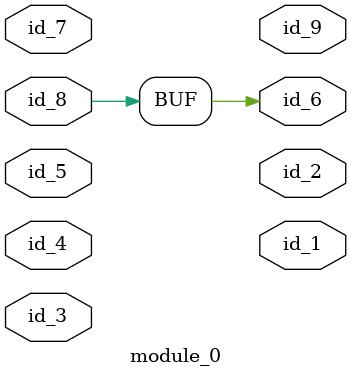
<source format=v>
module module_0 (
    id_1,
    id_2,
    id_3,
    id_4,
    id_5,
    id_6,
    id_7,
    id_8,
    id_9
);
  output wire id_9;
  inout wire id_8;
  input wire id_7;
  output wire id_6;
  input wire id_5;
  inout wire id_4;
  inout wire id_3;
  output wire id_2;
  output wire id_1;
  always id_6 = id_8;
endmodule
module module_1;
  wor id_2;
  module_0 modCall_1 (
      id_2,
      id_2,
      id_2,
      id_2,
      id_2,
      id_2,
      id_2,
      id_2,
      id_2
  );
  assign id_1 = 1 & id_2;
  wire id_3, id_4;
  wire id_5;
endmodule

</source>
